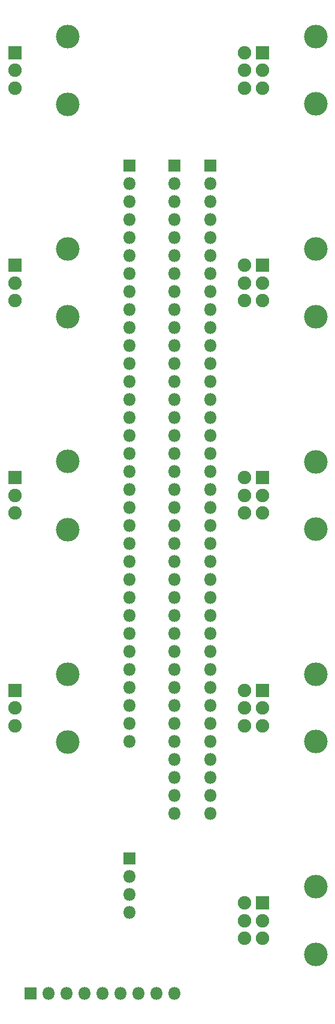
<source format=gbr>
%TF.GenerationSoftware,KiCad,Pcbnew,5.1.6-c6e7f7d~87~ubuntu20.04.1*%
%TF.CreationDate,2020-11-04T22:39:05-05:00*%
%TF.ProjectId,stereoout,73746572-656f-46f7-9574-2e6b69636164,rev?*%
%TF.SameCoordinates,Original*%
%TF.FileFunction,Soldermask,Top*%
%TF.FilePolarity,Negative*%
%FSLAX46Y46*%
G04 Gerber Fmt 4.6, Leading zero omitted, Abs format (unit mm)*
G04 Created by KiCad (PCBNEW 5.1.6-c6e7f7d~87~ubuntu20.04.1) date 2020-11-04 22:39:05*
%MOMM*%
%LPD*%
G01*
G04 APERTURE LIST*
%ADD10R,1.900000X1.900000*%
%ADD11C,1.900000*%
%ADD12C,3.340000*%
%ADD13R,1.800000X1.800000*%
%ADD14O,1.800000X1.800000*%
G04 APERTURE END LIST*
D10*
%TO.C,RV6*%
X89500000Y-54500000D03*
D11*
X89500000Y-57000000D03*
X89500000Y-59500000D03*
D12*
X97000000Y-61750000D03*
X97000000Y-52250000D03*
D11*
X87000000Y-59500000D03*
X87000000Y-57000000D03*
X87000000Y-54500000D03*
%TD*%
D13*
%TO.C,J3*%
X56770000Y-157260000D03*
D14*
X59310000Y-157260000D03*
X61850000Y-157260000D03*
X64390000Y-157260000D03*
X66930000Y-157260000D03*
X69470000Y-157260000D03*
X72010000Y-157260000D03*
X74550000Y-157260000D03*
X77090000Y-157260000D03*
%TD*%
D10*
%TO.C,RV7*%
X89500000Y-84500000D03*
D11*
X89500000Y-87000000D03*
X89500000Y-89500000D03*
D12*
X97000000Y-91750000D03*
X97000000Y-82250000D03*
D11*
X87000000Y-89500000D03*
X87000000Y-87000000D03*
X87000000Y-84500000D03*
%TD*%
D10*
%TO.C,RV9*%
X89500000Y-144500000D03*
D11*
X89500000Y-147000000D03*
X89500000Y-149500000D03*
D12*
X97000000Y-151750000D03*
X97000000Y-142250000D03*
D11*
X87000000Y-149500000D03*
X87000000Y-147000000D03*
X87000000Y-144500000D03*
%TD*%
D13*
%TO.C,J5*%
X82170000Y-40420000D03*
D14*
X82170000Y-42960000D03*
X82170000Y-45500000D03*
X82170000Y-48040000D03*
X82170000Y-50580000D03*
X82170000Y-53120000D03*
X82170000Y-55660000D03*
X82170000Y-58200000D03*
X82170000Y-60740000D03*
X82170000Y-63280000D03*
X82170000Y-65820000D03*
X82170000Y-68360000D03*
X82170000Y-70900000D03*
X82170000Y-73440000D03*
X82170000Y-75980000D03*
X82170000Y-78520000D03*
X82170000Y-81060000D03*
X82170000Y-83600000D03*
X82170000Y-86140000D03*
X82170000Y-88680000D03*
X82170000Y-91220000D03*
X82170000Y-93760000D03*
X82170000Y-96300000D03*
X82170000Y-98840000D03*
X82170000Y-101380000D03*
X82170000Y-103920000D03*
X82170000Y-106460000D03*
X82170000Y-109000000D03*
X82170000Y-111540000D03*
X82170000Y-114080000D03*
X82170000Y-116620000D03*
X82170000Y-119160000D03*
X82170000Y-121700000D03*
X82170000Y-124240000D03*
X82170000Y-126780000D03*
X82170000Y-129320000D03*
X82170000Y-131860000D03*
%TD*%
%TO.C,J4*%
X77090000Y-131860000D03*
X77090000Y-129320000D03*
X77090000Y-126780000D03*
X77090000Y-124240000D03*
X77090000Y-121700000D03*
X77090000Y-119160000D03*
X77090000Y-116620000D03*
X77090000Y-114080000D03*
X77090000Y-111540000D03*
X77090000Y-109000000D03*
X77090000Y-106460000D03*
X77090000Y-103920000D03*
X77090000Y-101380000D03*
X77090000Y-98840000D03*
X77090000Y-96300000D03*
X77090000Y-93760000D03*
X77090000Y-91220000D03*
X77090000Y-88680000D03*
X77090000Y-86140000D03*
X77090000Y-83600000D03*
X77090000Y-81060000D03*
X77090000Y-78520000D03*
X77090000Y-75980000D03*
X77090000Y-73440000D03*
X77090000Y-70900000D03*
X77090000Y-68360000D03*
X77090000Y-65820000D03*
X77090000Y-63280000D03*
X77090000Y-60740000D03*
X77090000Y-58200000D03*
X77090000Y-55660000D03*
X77090000Y-53120000D03*
X77090000Y-50580000D03*
X77090000Y-48040000D03*
X77090000Y-45500000D03*
X77090000Y-42960000D03*
D13*
X77090000Y-40420000D03*
%TD*%
D10*
%TO.C,RV1*%
X54500000Y-24500000D03*
D11*
X54500000Y-27000000D03*
X54500000Y-29500000D03*
D12*
X62000000Y-31800000D03*
X62000000Y-22200000D03*
%TD*%
D14*
%TO.C,J1*%
X70740000Y-121700000D03*
X70740000Y-119160000D03*
X70740000Y-116620000D03*
X70740000Y-114080000D03*
X70740000Y-111540000D03*
X70740000Y-109000000D03*
X70740000Y-106460000D03*
X70740000Y-103920000D03*
X70740000Y-101380000D03*
X70740000Y-98840000D03*
X70740000Y-96300000D03*
X70740000Y-93760000D03*
X70740000Y-91220000D03*
X70740000Y-88680000D03*
X70740000Y-86140000D03*
X70740000Y-83600000D03*
X70740000Y-81060000D03*
X70740000Y-78520000D03*
X70740000Y-75980000D03*
X70740000Y-73440000D03*
X70740000Y-70900000D03*
X70740000Y-68360000D03*
X70740000Y-65820000D03*
X70740000Y-63280000D03*
X70740000Y-60740000D03*
X70740000Y-58200000D03*
X70740000Y-55660000D03*
X70740000Y-53120000D03*
X70740000Y-50580000D03*
X70740000Y-48040000D03*
X70740000Y-45500000D03*
X70740000Y-42960000D03*
D13*
X70740000Y-40420000D03*
%TD*%
D14*
%TO.C,J2*%
X70740000Y-145830000D03*
X70740000Y-143290000D03*
X70740000Y-140750000D03*
D13*
X70740000Y-138210000D03*
%TD*%
D12*
%TO.C,RV2*%
X62000000Y-52200000D03*
X62000000Y-61800000D03*
D11*
X54500000Y-59500000D03*
X54500000Y-57000000D03*
D10*
X54500000Y-54500000D03*
%TD*%
%TO.C,RV5*%
X89500000Y-24500000D03*
D11*
X89500000Y-27000000D03*
X89500000Y-29500000D03*
D12*
X97000000Y-31750000D03*
X97000000Y-22250000D03*
D11*
X87000000Y-29500000D03*
X87000000Y-27000000D03*
X87000000Y-24500000D03*
%TD*%
D12*
%TO.C,RV4*%
X62000000Y-112200000D03*
X62000000Y-121800000D03*
D11*
X54500000Y-119500000D03*
X54500000Y-117000000D03*
D10*
X54500000Y-114500000D03*
%TD*%
%TO.C,RV8*%
X89500000Y-114500000D03*
D11*
X89500000Y-117000000D03*
X89500000Y-119500000D03*
D12*
X97000000Y-121750000D03*
X97000000Y-112250000D03*
D11*
X87000000Y-119500000D03*
X87000000Y-117000000D03*
X87000000Y-114500000D03*
%TD*%
D12*
%TO.C,RV3*%
X62000000Y-82200000D03*
X62000000Y-91800000D03*
D11*
X54500000Y-89500000D03*
X54500000Y-87000000D03*
D10*
X54500000Y-84500000D03*
%TD*%
M02*

</source>
